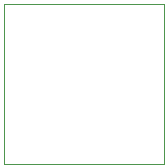
<source format=gm1>
G04 #@! TF.GenerationSoftware,KiCad,Pcbnew,8.0.4*
G04 #@! TF.CreationDate,2024-09-30T00:25:37-04:00*
G04 #@! TF.ProjectId,AK_test,414b5f74-6573-4742-9e6b-696361645f70,rev?*
G04 #@! TF.SameCoordinates,Original*
G04 #@! TF.FileFunction,Profile,NP*
%FSLAX46Y46*%
G04 Gerber Fmt 4.6, Leading zero omitted, Abs format (unit mm)*
G04 Created by KiCad (PCBNEW 8.0.4) date 2024-09-30 00:25:37*
%MOMM*%
%LPD*%
G01*
G04 APERTURE LIST*
G04 #@! TA.AperFunction,Profile*
%ADD10C,0.050000*%
G04 #@! TD*
G04 APERTURE END LIST*
D10*
X113750000Y-61000000D02*
X127250000Y-61000000D01*
X127250000Y-74500000D01*
X113750000Y-74500000D01*
X113750000Y-61000000D01*
M02*

</source>
